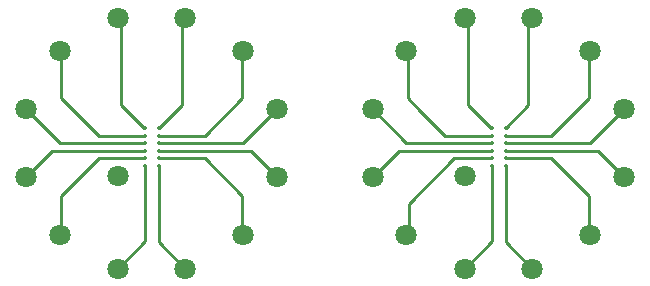
<source format=gtl>
G04 Layer: TopLayer*
G04 EasyEDA v6.5.22, 2023-02-07 10:05:31*
G04 24e3a34850004dcea71f034b172b0f1c,75b3b602af0e4f63a68ccc19c93352f5,10*
G04 Gerber Generator version 0.2*
G04 Scale: 100 percent, Rotated: No, Reflected: No *
G04 Dimensions in millimeters *
G04 leading zeros omitted , absolute positions ,4 integer and 5 decimal *
%FSLAX45Y45*%
%MOMM*%

%ADD10C,0.2540*%
%ADD11C,1.8000*%
%ADD12C,0.3500*%

%LPD*%
D10*
X-54998Y127998D02*
G01*
X-64002Y127998D01*
X-255996Y319999D01*
X-255996Y1033795D01*
X-284708Y1062507D01*
X-54998Y-127998D02*
G01*
X-447997Y-127998D01*
X-767996Y-447997D01*
X-767996Y-767996D01*
X-777798Y-777798D01*
X64007Y128015D02*
G01*
X256034Y320042D01*
X256034Y484888D01*
X256034Y1033833D01*
X284708Y1062507D01*
X64002Y-127998D02*
G01*
X447997Y-127998D01*
X768002Y-447997D01*
X768002Y-768002D01*
X777798Y-777798D01*
X64002Y-192001D02*
G01*
X64002Y-841801D01*
X284708Y-1062507D01*
X64002Y-63995D02*
G01*
X841794Y-63995D01*
X1062507Y-284708D01*
X64002Y0D02*
G01*
X777798Y0D01*
X1062507Y284708D01*
X-54998Y64002D02*
G01*
X-447997Y64002D01*
X-767996Y384002D01*
X-767996Y767996D01*
X-777798Y777798D01*
X-54998Y0D02*
G01*
X-777798Y0D01*
X-1062507Y284708D01*
X-54998Y-63995D02*
G01*
X-841794Y-63995D01*
X-1062507Y-284708D01*
X-54998Y-192001D02*
G01*
X-54998Y-832797D01*
X-284708Y-1062507D01*
X64002Y64002D02*
G01*
X447997Y64002D01*
X768002Y384002D01*
X768002Y768002D01*
X777798Y777798D01*
X2879994Y-127998D02*
G01*
X2559994Y-127998D01*
X2175995Y-511997D01*
X2175995Y-758997D01*
X2157194Y-777798D01*
X2879996Y-63995D02*
G01*
X2093191Y-63995D01*
X1872480Y-284708D01*
X2879996Y0D02*
G01*
X2157188Y0D01*
X1872480Y284708D01*
X2880106Y64007D02*
G01*
X2486913Y64007D01*
X2276347Y274573D01*
X2166874Y384047D01*
X2166874Y768095D01*
X2157222Y777747D01*
X2879996Y127998D02*
G01*
X2870992Y127998D01*
X2678991Y319999D01*
X2678991Y1033797D01*
X2650279Y1062509D01*
X2998995Y127998D02*
G01*
X3190984Y319999D01*
X3190984Y1033797D01*
X3219696Y1062509D01*
X2998995Y64002D02*
G01*
X3382985Y64002D01*
X3702992Y384002D01*
X3702992Y767996D01*
X3712789Y777801D01*
X2998995Y0D02*
G01*
X3712789Y0D01*
X3997497Y284708D01*
X2998995Y-63995D02*
G01*
X3776784Y-63995D01*
X3997497Y-284708D01*
X2998995Y-127998D02*
G01*
X3382985Y-127998D01*
X3702992Y-447997D01*
X3702992Y-767996D01*
X3712789Y-777801D01*
X2880004Y-191998D02*
G01*
X2880004Y-832789D01*
X2650286Y-1062507D01*
X2999003Y-191998D02*
G01*
X2999003Y-841806D01*
X3219704Y-1062507D01*
D11*
G01*
X1062507Y-284708D03*
G01*
X777798Y-777798D03*
G01*
X1062507Y284708D03*
G01*
X777798Y777798D03*
G01*
X284708Y1062507D03*
G01*
X-284708Y1062507D03*
G01*
X-1062507Y284708D03*
G01*
X-1062507Y-284708D03*
G01*
X-284708Y-1062507D03*
G01*
X284708Y-1062507D03*
G01*
X-777798Y-777798D03*
G01*
X-777798Y777798D03*
G01*
X-282803Y-282803D03*
G01*
X3997502Y-284708D03*
G01*
X3712794Y-777798D03*
G01*
X3997502Y284708D03*
G01*
X3712794Y777798D03*
G01*
X3219704Y1062507D03*
G01*
X2650286Y1062507D03*
G01*
X1872488Y284708D03*
G01*
X1872488Y-284708D03*
G01*
X2650286Y-1062507D03*
G01*
X3219704Y-1062507D03*
G01*
X2157196Y-777798D03*
G01*
X2157196Y777798D03*
G01*
X2652191Y-282803D03*
D12*
G01*
X-54990Y127990D03*
G01*
X-54990Y64007D03*
G01*
X-54990Y0D03*
G01*
X-54990Y-64007D03*
G01*
X-54990Y-127990D03*
G01*
X-54990Y-191998D03*
G01*
X64007Y127990D03*
G01*
X64007Y64007D03*
G01*
X64007Y0D03*
G01*
X64007Y-64007D03*
G01*
X64007Y-127990D03*
G01*
X64007Y-191998D03*
G01*
X2999003Y-191998D03*
G01*
X2999003Y-127990D03*
G01*
X2999003Y-64007D03*
G01*
X2999003Y0D03*
G01*
X2999003Y64007D03*
G01*
X2999003Y127990D03*
G01*
X2880004Y-191998D03*
G01*
X2880004Y-127990D03*
G01*
X2880004Y-64007D03*
G01*
X2880004Y0D03*
G01*
X2880004Y64007D03*
G01*
X2880004Y127990D03*
M02*

</source>
